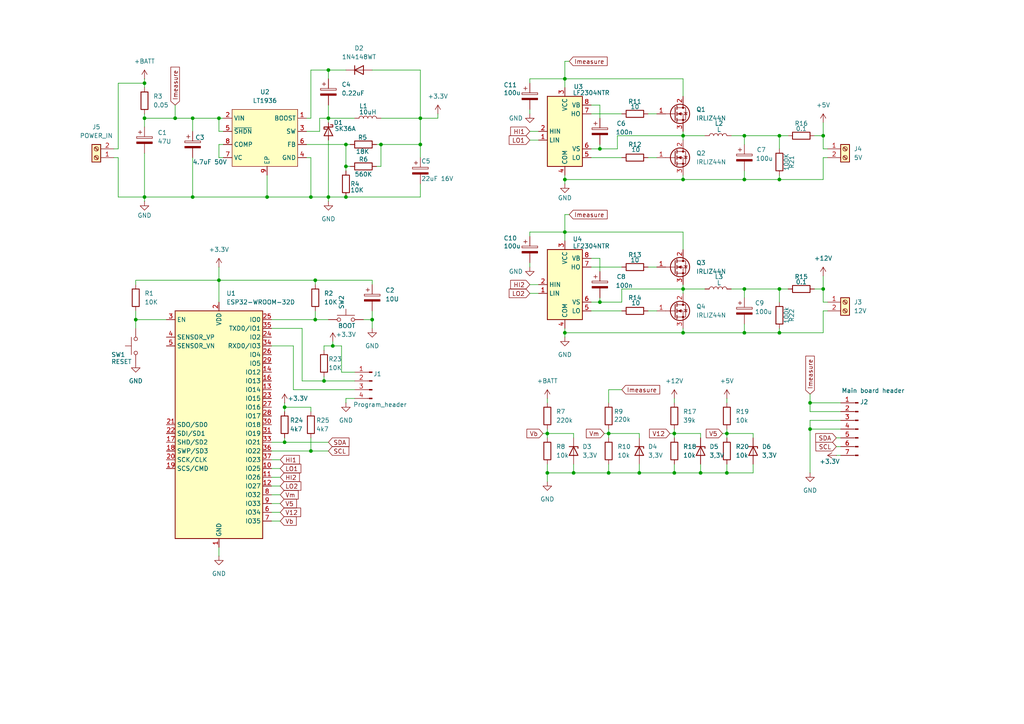
<source format=kicad_sch>
(kicad_sch (version 20250114) (generator "eeschema") (generator_version "9.0")
  (paper "A4")
  (title_block (title "BuckPCB") (rev "V1.0"))
  (junction (at 163.83 52.07))
  (junction (at 100.33 41.91))
  (junction (at 215.9 83.82))
  (junction (at 96.52 100.33))
  (junction (at 50.8 34.29))
  (junction (at 90.17 57.15))
  (junction (at 107.95 92.71))
  (junction (at 90.17 130.81))
  (junction (at 238.76 83.82))
  (junction (at 163.83 67.31))
  (junction (at 158.75 137.16))
  (junction (at 163.83 22.86))
  (junction (at 121.92 34.29))
  (junction (at 82.55 128.27))
  (junction (at 215.9 52.07))
  (junction (at 198.12 52.07))
  (junction (at 77.47 57.15))
  (junction (at 95.25 34.29))
  (junction (at 55.88 34.29))
  (junction (at 215.9 39.37))
  (junction (at 173.99 87.63))
  (junction (at 41.91 34.29))
  (junction (at 91.44 81.28))
  (junction (at 234.95 116.84))
  (junction (at 158.75 125.73))
  (junction (at 39.37 92.71))
  (junction (at 95.25 57.15))
  (junction (at 238.76 39.37))
  (junction (at 166.37 137.16))
  (junction (at 63.5 34.29))
  (junction (at 226.06 39.37))
  (junction (at 226.06 52.07))
  (junction (at 185.42 137.16))
  (junction (at 226.06 83.82))
  (junction (at 198.12 39.37))
  (junction (at 110.49 41.91))
  (junction (at 100.33 48.26))
  (junction (at 226.06 96.52))
  (junction (at 215.9 96.52))
  (junction (at 195.58 125.73))
  (junction (at 176.53 125.73))
  (junction (at 210.82 137.16))
  (junction (at 91.44 92.71))
  (junction (at 198.12 96.52))
  (junction (at 163.83 96.52))
  (junction (at 203.2 137.16))
  (junction (at 195.58 137.16))
  (junction (at 210.82 125.73))
  (junction (at 100.33 57.15))
  (junction (at 63.5 81.28))
  (junction (at 95.25 20.32))
  (junction (at 121.92 41.91))
  (junction (at 55.88 57.15))
  (junction (at 82.55 118.11))
  (junction (at 198.12 83.82))
  (junction (at 234.95 124.46))
  (junction (at 93.98 110.49))
  (junction (at 173.99 43.18))
  (junction (at 41.91 24.13))
  (junction (at 41.91 57.15))
  (junction (at 176.53 137.16))
  (wire (pts (xy 107.95 92.71) (xy 107.95 95.25)))
  (wire (pts (xy 109.22 41.91) (xy 110.49 41.91)))
  (wire (pts (xy 226.06 50.8) (xy 226.06 52.07)))
  (wire (pts (xy 240.03 87.63) (xy 238.76 87.63)))
  (wire (pts (xy 226.06 83.82) (xy 226.06 87.63)))
  (wire (pts (xy 215.9 93.98) (xy 215.9 96.52)))
  (wire (pts (xy 100.33 41.91) (xy 101.6 41.91)))
  (wire (pts (xy 198.12 39.37) (xy 204.47 39.37)))
  (wire (pts (xy 95.25 57.15) (xy 95.25 58.42)))
  (wire (pts (xy 34.29 24.13) (xy 41.91 24.13)))
  (wire (pts (xy 78.74 151.13) (xy 81.28 151.13)))
  (wire (pts (xy 33.02 45.72) (xy 34.29 45.72)))
  (wire (pts (xy 82.55 128.27) (xy 95.25 128.27)))
  (wire (pts (xy 163.83 22.86) (xy 198.12 22.86)))
  (wire (pts (xy 153.67 38.1) (xy 156.21 38.1)))
  (wire (pts (xy 78.74 92.71) (xy 91.44 92.71)))
  (wire (pts (xy 185.42 137.16) (xy 195.58 137.16)))
  (wire (pts (xy 78.74 138.43) (xy 81.28 138.43)))
  (wire (pts (xy 153.67 82.55) (xy 156.21 82.55)))
  (wire (pts (xy 234.95 124.46) (xy 243.84 124.46)))
  (wire (pts (xy 198.12 27.94) (xy 198.12 22.86)))
  (wire (pts (xy 176.53 113.03) (xy 176.53 116.84)))
  (wire (pts (xy 173.99 86.36) (xy 173.99 87.63)))
  (wire (pts (xy 158.75 137.16) (xy 158.75 139.7)))
  (wire (pts (xy 153.67 40.64) (xy 156.21 40.64)))
  (wire (pts (xy 163.83 95.25) (xy 163.83 96.52)))
  (wire (pts (xy 238.76 39.37) (xy 238.76 43.18)))
  (wire (pts (xy 179.07 39.37) (xy 198.12 39.37)))
  (wire (pts (xy 226.06 95.25) (xy 226.06 96.52)))
  (wire (pts (xy 41.91 33.02) (xy 41.91 34.29)))
  (wire (pts (xy 171.45 33.02) (xy 180.34 33.02)))
  (wire (pts (xy 39.37 92.71) (xy 48.26 92.71)))
  (wire (pts (xy 34.29 57.15) (xy 41.91 57.15)))
  (wire (pts (xy 198.12 95.25) (xy 198.12 96.52)))
  (wire (pts (xy 39.37 90.17) (xy 39.37 92.71)))
  (wire (pts (xy 218.44 137.16) (xy 210.82 137.16)))
  (wire (pts (xy 166.37 137.16) (xy 158.75 137.16)))
  (wire (pts (xy 77.47 57.15) (xy 90.17 57.15)))
  (wire (pts (xy 78.74 140.97) (xy 81.28 140.97)))
  (wire (pts (xy 93.98 101.6) (xy 93.98 100.33)))
  (wire (pts (xy 82.55 118.11) (xy 82.55 119.38)))
  (wire (pts (xy 179.07 43.18) (xy 179.07 39.37)))
  (wire (pts (xy 158.75 125.73) (xy 158.75 127)))
  (wire (pts (xy 215.9 49.53) (xy 215.9 52.07)))
  (wire (pts (xy 198.12 85.09) (xy 198.12 83.82)))
  (wire (pts (xy 153.67 31.75) (xy 153.67 33.02)))
  (wire (pts (xy 236.22 39.37) (xy 238.76 39.37)))
  (wire (pts (xy 55.88 34.29) (xy 63.5 34.29)))
  (wire (pts (xy 173.99 41.91) (xy 173.99 43.18)))
  (wire (pts (xy 171.45 45.72) (xy 180.34 45.72)))
  (wire (pts (xy 242.57 129.54) (xy 243.84 129.54)))
  (wire (pts (xy 82.55 127) (xy 82.55 128.27)))
  (wire (pts (xy 100.33 116.84) (xy 100.33 115.57)))
  (wire (pts (xy 173.99 34.29) (xy 173.99 30.48)))
  (wire (pts (xy 90.17 57.15) (xy 95.25 57.15)))
  (wire (pts (xy 109.22 48.26) (xy 110.49 48.26)))
  (wire (pts (xy 215.9 83.82) (xy 215.9 86.36)))
  (wire (pts (xy 99.06 100.33) (xy 99.06 107.95)))
  (wire (pts (xy 158.75 134.62) (xy 158.75 137.16)))
  (wire (pts (xy 173.99 78.74) (xy 173.99 74.93)))
  (wire (pts (xy 107.95 90.17) (xy 107.95 92.71)))
  (wire (pts (xy 158.75 125.73) (xy 166.37 125.73)))
  (wire (pts (xy 198.12 72.39) (xy 198.12 67.31)))
  (wire (pts (xy 242.57 132.08) (xy 243.84 132.08)))
  (wire (pts (xy 210.82 134.62) (xy 210.82 137.16)))
  (wire (pts (xy 63.5 158.75) (xy 63.5 161.29)))
  (wire (pts (xy 90.17 45.72) (xy 90.17 57.15)))
  (wire (pts (xy 41.91 57.15) (xy 55.88 57.15)))
  (wire (pts (xy 91.44 90.17) (xy 91.44 92.71)))
  (wire (pts (xy 100.33 41.91) (xy 100.33 48.26)))
  (wire (pts (xy 95.25 30.48) (xy 95.25 34.29)))
  (wire (pts (xy 180.34 87.63) (xy 180.34 83.82)))
  (wire (pts (xy 90.17 20.32) (xy 95.25 20.32)))
  (wire (pts (xy 163.83 96.52) (xy 163.83 97.79)))
  (wire (pts (xy 102.87 110.49) (xy 93.98 110.49)))
  (wire (pts (xy 95.25 34.29) (xy 95.25 35.56)))
  (wire (pts (xy 187.96 45.72) (xy 190.5 45.72)))
  (wire (pts (xy 55.88 57.15) (xy 77.47 57.15)))
  (wire (pts (xy 176.53 134.62) (xy 176.53 137.16)))
  (wire (pts (xy 166.37 127) (xy 166.37 125.73)))
  (wire (pts (xy 198.12 38.1) (xy 198.12 39.37)))
  (wire (pts (xy 198.12 83.82) (xy 204.47 83.82)))
  (wire (pts (xy 173.99 43.18) (xy 179.07 43.18)))
  (wire (pts (xy 127 33.02) (xy 127 34.29)))
  (wire (pts (xy 226.06 52.07) (xy 238.76 52.07)))
  (wire (pts (xy 64.77 41.91) (xy 63.5 41.91)))
  (wire (pts (xy 41.91 24.13) (xy 41.91 25.4)))
  (wire (pts (xy 185.42 134.62) (xy 185.42 137.16)))
  (wire (pts (xy 39.37 92.71) (xy 39.37 95.25)))
  (wire (pts (xy 203.2 127) (xy 203.2 125.73)))
  (wire (pts (xy 110.49 34.29) (xy 121.92 34.29)))
  (wire (pts (xy 85.09 113.03) (xy 102.87 113.03)))
  (wire (pts (xy 34.29 45.72) (xy 34.29 57.15)))
  (wire (pts (xy 226.06 39.37) (xy 226.06 43.18)))
  (wire (pts (xy 171.45 43.18) (xy 173.99 43.18)))
  (wire (pts (xy 102.87 107.95) (xy 99.06 107.95)))
  (wire (pts (xy 92.71 34.29) (xy 95.25 34.29)))
  (wire (pts (xy 194.31 125.73) (xy 195.58 125.73)))
  (wire (pts (xy 127 34.29) (xy 121.92 34.29)))
  (wire (pts (xy 90.17 130.81) (xy 95.25 130.81)))
  (wire (pts (xy 238.76 80.01) (xy 238.76 83.82)))
  (wire (pts (xy 210.82 125.73) (xy 218.44 125.73)))
  (wire (pts (xy 33.02 43.18) (xy 34.29 43.18)))
  (wire (pts (xy 210.82 125.73) (xy 210.82 124.46)))
  (wire (pts (xy 41.91 57.15) (xy 41.91 58.42)))
  (wire (pts (xy 78.74 100.33) (xy 85.09 100.33)))
  (wire (pts (xy 234.95 114.3) (xy 234.95 116.84)))
  (wire (pts (xy 203.2 137.16) (xy 210.82 137.16)))
  (wire (pts (xy 215.9 52.07) (xy 198.12 52.07)))
  (wire (pts (xy 121.92 20.32) (xy 121.92 34.29)))
  (wire (pts (xy 87.63 110.49) (xy 87.63 95.25)))
  (wire (pts (xy 105.41 92.71) (xy 107.95 92.71)))
  (wire (pts (xy 198.12 83.82) (xy 198.12 82.55)))
  (wire (pts (xy 238.76 45.72) (xy 238.76 52.07)))
  (wire (pts (xy 78.74 143.51) (xy 81.28 143.51)))
  (wire (pts (xy 88.9 45.72) (xy 90.17 45.72)))
  (wire (pts (xy 236.22 83.82) (xy 238.76 83.82)))
  (wire (pts (xy 95.25 34.29) (xy 102.87 34.29)))
  (wire (pts (xy 176.53 127) (xy 176.53 125.73)))
  (wire (pts (xy 218.44 134.62) (xy 218.44 137.16)))
  (wire (pts (xy 110.49 48.26) (xy 110.49 41.91)))
  (wire (pts (xy 63.5 81.28) (xy 63.5 87.63)))
  (wire (pts (xy 165.1 62.23) (xy 163.83 62.23)))
  (wire (pts (xy 210.82 116.84) (xy 210.82 115.57)))
  (wire (pts (xy 78.74 146.05) (xy 81.28 146.05)))
  (wire (pts (xy 243.84 121.92) (xy 234.95 121.92)))
  (wire (pts (xy 226.06 52.07) (xy 215.9 52.07)))
  (wire (pts (xy 91.44 81.28) (xy 107.95 81.28)))
  (wire (pts (xy 173.99 30.48) (xy 171.45 30.48)))
  (wire (pts (xy 153.67 67.31) (xy 153.67 68.58)))
  (wire (pts (xy 82.55 116.84) (xy 82.55 118.11)))
  (wire (pts (xy 238.76 83.82) (xy 238.76 87.63)))
  (wire (pts (xy 90.17 34.29) (xy 90.17 20.32)))
  (wire (pts (xy 95.25 92.71) (xy 91.44 92.71)))
  (wire (pts (xy 157.48 125.73) (xy 158.75 125.73)))
  (wire (pts (xy 91.44 82.55) (xy 91.44 81.28)))
  (wire (pts (xy 96.52 100.33) (xy 99.06 100.33)))
  (wire (pts (xy 215.9 39.37) (xy 226.06 39.37)))
  (wire (pts (xy 82.55 118.11) (xy 90.17 118.11)))
  (wire (pts (xy 234.95 116.84) (xy 234.95 119.38)))
  (wire (pts (xy 234.95 116.84) (xy 243.84 116.84)))
  (wire (pts (xy 55.88 45.72) (xy 55.88 57.15)))
  (wire (pts (xy 240.03 90.17) (xy 238.76 90.17)))
  (wire (pts (xy 78.74 130.81) (xy 90.17 130.81)))
  (wire (pts (xy 153.67 76.2) (xy 153.67 77.47)))
  (wire (pts (xy 234.95 119.38) (xy 243.84 119.38)))
  (wire (pts (xy 195.58 125.73) (xy 195.58 124.46)))
  (wire (pts (xy 163.83 52.07) (xy 198.12 52.07)))
  (wire (pts (xy 210.82 125.73) (xy 210.82 127)))
  (wire (pts (xy 41.91 44.45) (xy 41.91 57.15)))
  (wire (pts (xy 173.99 74.93) (xy 171.45 74.93)))
  (wire (pts (xy 90.17 127) (xy 90.17 130.81)))
  (wire (pts (xy 226.06 39.37) (xy 228.6 39.37)))
  (wire (pts (xy 203.2 137.16) (xy 195.58 137.16)))
  (wire (pts (xy 240.03 45.72) (xy 238.76 45.72)))
  (wire (pts (xy 95.25 20.32) (xy 95.25 22.86)))
  (wire (pts (xy 163.83 62.23) (xy 163.83 67.31)))
  (wire (pts (xy 121.92 41.91) (xy 121.92 45.72)))
  (wire (pts (xy 171.45 77.47) (xy 180.34 77.47)))
  (wire (pts (xy 41.91 22.86) (xy 41.91 24.13)))
  (wire (pts (xy 176.53 124.46) (xy 176.53 125.73)))
  (wire (pts (xy 176.53 113.03) (xy 180.34 113.03)))
  (wire (pts (xy 163.83 67.31) (xy 163.83 69.85)))
  (wire (pts (xy 153.67 22.86) (xy 153.67 24.13)))
  (wire (pts (xy 187.96 90.17) (xy 190.5 90.17)))
  (wire (pts (xy 41.91 34.29) (xy 41.91 36.83)))
  (wire (pts (xy 63.5 38.1) (xy 63.5 34.29)))
  (wire (pts (xy 107.95 20.32) (xy 121.92 20.32)))
  (wire (pts (xy 100.33 48.26) (xy 100.33 49.53)))
  (wire (pts (xy 209.55 125.73) (xy 210.82 125.73)))
  (wire (pts (xy 176.53 125.73) (xy 185.42 125.73)))
  (wire (pts (xy 180.34 83.82) (xy 198.12 83.82)))
  (wire (pts (xy 77.47 50.8) (xy 77.47 57.15)))
  (wire (pts (xy 63.5 77.47) (xy 63.5 81.28)))
  (wire (pts (xy 165.1 17.78) (xy 163.83 17.78)))
  (wire (pts (xy 226.06 83.82) (xy 228.6 83.82)))
  (wire (pts (xy 78.74 148.59) (xy 81.28 148.59)))
  (wire (pts (xy 55.88 34.29) (xy 55.88 38.1)))
  (wire (pts (xy 218.44 127) (xy 218.44 125.73)))
  (wire (pts (xy 34.29 24.13) (xy 34.29 43.18)))
  (wire (pts (xy 39.37 81.28) (xy 63.5 81.28)))
  (wire (pts (xy 110.49 41.91) (xy 121.92 41.91)))
  (wire (pts (xy 100.33 115.57) (xy 102.87 115.57)))
  (wire (pts (xy 226.06 96.52) (xy 238.76 96.52)))
  (wire (pts (xy 153.67 22.86) (xy 163.83 22.86)))
  (wire (pts (xy 153.67 85.09) (xy 156.21 85.09)))
  (wire (pts (xy 64.77 38.1) (xy 63.5 38.1)))
  (wire (pts (xy 163.83 67.31) (xy 198.12 67.31)))
  (wire (pts (xy 158.75 116.84) (xy 158.75 115.57)))
  (wire (pts (xy 195.58 125.73) (xy 203.2 125.73)))
  (wire (pts (xy 171.45 87.63) (xy 173.99 87.63)))
  (wire (pts (xy 187.96 33.02) (xy 190.5 33.02)))
  (wire (pts (xy 187.96 77.47) (xy 190.5 77.47)))
  (wire (pts (xy 198.12 39.37) (xy 198.12 40.64)))
  (wire (pts (xy 78.74 95.25) (xy 87.63 95.25)))
  (wire (pts (xy 90.17 118.11) (xy 90.17 119.38)))
  (wire (pts (xy 63.5 41.91) (xy 63.5 45.72)))
  (wire (pts (xy 234.95 121.92) (xy 234.95 124.46)))
  (wire (pts (xy 163.83 52.07) (xy 163.83 53.34)))
  (wire (pts (xy 121.92 57.15) (xy 100.33 57.15)))
  (wire (pts (xy 238.76 90.17) (xy 238.76 96.52)))
  (wire (pts (xy 63.5 34.29) (xy 64.77 34.29)))
  (wire (pts (xy 215.9 96.52) (xy 198.12 96.52)))
  (wire (pts (xy 171.45 90.17) (xy 180.34 90.17)))
  (wire (pts (xy 41.91 34.29) (xy 50.8 34.29)))
  (wire (pts (xy 93.98 109.22) (xy 93.98 110.49)))
  (wire (pts (xy 175.26 125.73) (xy 176.53 125.73)))
  (wire (pts (xy 39.37 82.55) (xy 39.37 81.28)))
  (wire (pts (xy 195.58 125.73) (xy 195.58 127)))
  (wire (pts (xy 95.25 20.32) (xy 100.33 20.32)))
  (wire (pts (xy 173.99 87.63) (xy 180.34 87.63)))
  (wire (pts (xy 215.9 39.37) (xy 215.9 41.91)))
  (wire (pts (xy 234.95 137.16) (xy 234.95 124.46)))
  (wire (pts (xy 121.92 34.29) (xy 121.92 41.91)))
  (wire (pts (xy 240.03 43.18) (xy 238.76 43.18)))
  (wire (pts (xy 78.74 128.27) (xy 82.55 128.27)))
  (wire (pts (xy 92.71 38.1) (xy 92.71 34.29)))
  (wire (pts (xy 107.95 81.28) (xy 107.95 82.55)))
  (wire (pts (xy 50.8 30.48) (xy 50.8 34.29)))
  (wire (pts (xy 88.9 41.91) (xy 100.33 41.91)))
  (wire (pts (xy 95.25 40.64) (xy 95.25 57.15)))
  (wire (pts (xy 163.83 22.86) (xy 163.83 25.4)))
  (wire (pts (xy 212.09 39.37) (xy 215.9 39.37)))
  (wire (pts (xy 195.58 134.62) (xy 195.58 137.16)))
  (wire (pts (xy 185.42 137.16) (xy 176.53 137.16)))
  (wire (pts (xy 88.9 34.29) (xy 90.17 34.29)))
  (wire (pts (xy 203.2 134.62) (xy 203.2 137.16)))
  (wire (pts (xy 185.42 127) (xy 185.42 125.73)))
  (wire (pts (xy 238.76 35.56) (xy 238.76 39.37)))
  (wire (pts (xy 166.37 137.16) (xy 176.53 137.16)))
  (wire (pts (xy 153.67 67.31) (xy 163.83 67.31)))
  (wire (pts (xy 198.12 50.8) (xy 198.12 52.07)))
  (wire (pts (xy 212.09 83.82) (xy 215.9 83.82)))
  (wire (pts (xy 63.5 81.28) (xy 91.44 81.28)))
  (wire (pts (xy 121.92 53.34) (xy 121.92 57.15)))
  (wire (pts (xy 163.83 96.52) (xy 198.12 96.52)))
  (wire (pts (xy 78.74 135.89) (xy 81.28 135.89)))
  (wire (pts (xy 50.8 34.29) (xy 55.88 34.29)))
  (wire (pts (xy 63.5 45.72) (xy 64.77 45.72)))
  (wire (pts (xy 163.83 17.78) (xy 163.83 22.86)))
  (wire (pts (xy 95.25 57.15) (xy 100.33 57.15)))
  (wire (pts (xy 215.9 96.52) (xy 226.06 96.52)))
  (wire (pts (xy 85.09 100.33) (xy 85.09 113.03)))
  (wire (pts (xy 215.9 83.82) (xy 226.06 83.82)))
  (wire (pts (xy 101.6 48.26) (xy 100.33 48.26)))
  (wire (pts (xy 166.37 134.62) (xy 166.37 137.16)))
  (wire (pts (xy 158.75 125.73) (xy 158.75 124.46)))
  (wire (pts (xy 96.52 99.06) (xy 96.52 100.33)))
  (wire (pts (xy 78.74 133.35) (xy 81.28 133.35)))
  (wire (pts (xy 93.98 100.33) (xy 96.52 100.33)))
  (wire (pts (xy 88.9 38.1) (xy 92.71 38.1)))
  (wire (pts (xy 163.83 50.8) (xy 163.83 52.07)))
  (wire (pts (xy 195.58 116.84) (xy 195.58 115.57)))
  (wire (pts (xy 87.63 110.49) (xy 93.98 110.49)))
  (wire (pts (xy 242.57 127) (xy 243.84 127)))
  (global_label "Imeasure" (shape input) (at 165.1 62.23 0) (property "Intersheetrefs" "${INTERSHEET_REFS}" (effects (hide yes))))
  (global_label "V5" (shape input) (at 209.55 125.73 180) (property "Intersheetrefs" "${INTERSHEET_REFS}" (effects (hide yes))))
  (global_label "HI2" (shape input) (at 153.67 82.55 180) (property "Intersheetrefs" "${INTERSHEET_REFS}" (effects (hide yes))))
  (global_label "SDA" (shape input) (at 242.57 127 180) (property "Intersheetrefs" "${INTERSHEET_REFS}" (effects (hide yes))))
  (global_label "HI1" (shape input) (at 81.28 133.35 0) (property "Intersheetrefs" "${INTERSHEET_REFS}" (effects (hide yes))))
  (global_label "HI1" (shape input) (at 153.67 38.1 180) (property "Intersheetrefs" "${INTERSHEET_REFS}" (effects (hide yes))))
  (global_label "Imeasure" (shape input) (at 180.34 113.03 0) (property "Intersheetrefs" "${INTERSHEET_REFS}" (effects (hide yes))))
  (global_label "LO1" (shape input) (at 153.67 40.64 180) (property "Intersheetrefs" "${INTERSHEET_REFS}" (effects (hide yes))))
  (global_label "SDA" (shape input) (at 95.25 128.27 0) (property "Intersheetrefs" "${INTERSHEET_REFS}" (effects (hide yes))))
  (global_label "LO2" (shape input) (at 153.67 85.09 180) (property "Intersheetrefs" "${INTERSHEET_REFS}" (effects (hide yes))))
  (global_label "V5" (shape input) (at 81.28 146.05 0) (property "Intersheetrefs" "${INTERSHEET_REFS}" (effects (hide yes))))
  (global_label "SCL" (shape input) (at 95.25 130.81 0) (property "Intersheetrefs" "${INTERSHEET_REFS}" (effects (hide yes))))
  (global_label "SCL" (shape input) (at 242.57 129.54 180) (property "Intersheetrefs" "${INTERSHEET_REFS}" (effects (hide yes))))
  (global_label "Imeasure" (shape input) (at 165.1 17.78 0) (property "Intersheetrefs" "${INTERSHEET_REFS}" (effects (hide yes))))
  (global_label "Vb" (shape input) (at 81.28 151.13 0) (property "Intersheetrefs" "${INTERSHEET_REFS}" (effects (hide yes))))
  (global_label "V12" (shape input) (at 81.28 148.59 0) (property "Intersheetrefs" "${INTERSHEET_REFS}" (effects (hide yes))))
  (global_label "Imeasure" (shape input) (at 234.95 114.3 90) (property "Intersheetrefs" "${INTERSHEET_REFS}" (effects (hide yes))))
  (global_label "Vb" (shape input) (at 157.48 125.73 180) (property "Intersheetrefs" "${INTERSHEET_REFS}" (effects (hide yes))))
  (global_label "Imeasure" (shape input) (at 50.8 30.48 90) (property "Intersheetrefs" "${INTERSHEET_REFS}" (effects (hide yes))))
  (global_label "V12" (shape input) (at 194.31 125.73 180) (property "Intersheetrefs" "${INTERSHEET_REFS}" (effects (hide yes))))
  (global_label "Vm" (shape input) (at 175.26 125.73 180) (property "Intersheetrefs" "${INTERSHEET_REFS}" (effects (hide yes))))
  (global_label "Vm" (shape input) (at 81.28 143.51 0) (property "Intersheetrefs" "${INTERSHEET_REFS}" (effects (hide yes))))
  (global_label "LO1" (shape input) (at 81.28 135.89 0) (property "Intersheetrefs" "${INTERSHEET_REFS}" (effects (hide yes))))
  (global_label "LO2" (shape input) (at 81.28 140.97 0) (property "Intersheetrefs" "${INTERSHEET_REFS}" (effects (hide yes))))
  (global_label "HI2" (shape input) (at 81.28 138.43 0) (property "Intersheetrefs" "${INTERSHEET_REFS}" (effects (hide yes))))
  (symbol (lib_id "Device:R") (at 195.58 130.81 0) (unit 1)
    (property "Reference" "R18" (at 198.12 129.5399 0) (effects (justify left)))
    (property "Value" "10k" (at 198.12 132.0799 0) (effects (justify left)))
    (property "Footprint" "Resistor_SMD:R_1206_3216Metric_Pad1.30x1.75mm_HandSolder" (effects (hide yes)))
    (property "Description" "Resistor" (effects (hide yes)))
  )
  (symbol (lib_id "Device:R") (at 41.91 29.21 0) (unit 1)
    (property "Reference" "R3" (at 44.45 27.9399 0) (effects (justify left)))
    (property "Value" "0.05" (at 44.45 30.4799 0) (effects (justify left)))
    (property "Footprint" "Resistor_SMD:R_4020_10251Metric_Pad1.65x5.30mm_HandSolder" (effects (hide yes)))
    (property "Description" "Resistor" (effects (hide yes)))
  )
  (symbol (lib_id "power:+3.3V") (at 63.5 77.47 0) (unit 1)
    (property "Reference" "#PWR04" (effects (hide yes)))
    (property "Value" "+3.3V" (at 63.5 72.39 0))
    (property "Description" "Power symbol creates a global label with name \"+3.3V\"" (effects (hide yes)))
  )
  (symbol (lib_id "RF_Module:ESP32-WROOM-32D") (at 63.5 123.19 0) (unit 1)
    (property "Reference" "U1" (at 65.6433 85.09 0) (effects (justify left)))
    (property "Value" "ESP32-WROOM-32D" (at 65.6433 87.63 0) (effects (justify left)))
    (property "Footprint" "RF_Module:ESP32-WROOM-32D" (effects (hide yes)))
    (property "Datasheet" "https://www.espressif.com/sites/default/files/documentation/esp32-wroom-32d_esp32-wroom-32u_datasheet_en.pdf" (effects (hide yes)))
    (property "Description" "RF Module, ESP32-D0WD SoC, Wi-Fi 802.11b/g/n, Bluetooth, BLE, 32-bit, 2.7-3.6V, onboard antenna, SMD" (effects (hide yes)))
  )
  (symbol (lib_id "Device:D_Schottky") (at 95.25 38.1 270) (unit 1)
    (property "Reference" "D1" (at 96.774 35.56 90) (effects (justify left)))
    (property "Value" "SK36A" (at 97.028 37.338 90) (effects (justify left)))
    (property "Footprint" "Diode_SMD:D_SMC" (effects (hide yes)))
    (property "Description" "Schottky diode" (effects (hide yes)))
  )
  (symbol (lib_id "Connector:Screw_Terminal_01x02") (at 27.94 45.72 180) (unit 1)
    (property "Reference" "J5" (at 27.94 36.83 0))
    (property "Value" "POWER_IN" (at 27.94 39.37 0))
    (property "Footprint" "TerminalBlock:TerminalBlock_MaiXu_MX126-5.0-02P_1x02_P5.00mm" (effects (hide yes)))
    (property "Description" "Generic screw terminal, single row, 01x02, script generated (kicad-library-utils/schlib/autogen/connector/)" (effects (hide yes)))
  )
  (symbol (lib_id "power:+3.3V") (at 242.57 132.08 90) (unit 1)
    (property "Reference" "#PWR025" (effects (hide yes)))
    (property "Value" "+3.3V" (at 243.586 133.858 90) (effects (justify left)))
    (property "Description" "Power symbol creates a global label with name \"+3.3V\"" (effects (hide yes)))
  )
  (symbol (lib_id "Device:R") (at 195.58 120.65 0) (unit 1)
    (property "Reference" "R17" (at 198.12 119.3799 0) (effects (justify left)))
    (property "Value" "39k" (at 198.12 121.9199 0) (effects (justify left)))
    (property "Footprint" "Resistor_SMD:R_1206_3216Metric_Pad1.30x1.75mm_HandSolder" (effects (hide yes)))
    (property "Description" "Resistor" (effects (hide yes)))
  )
  (symbol (lib_id "power:GND") (at 107.95 95.25 0) (unit 1)
    (property "Reference" "#PWR08" (effects (hide yes)))
    (property "Value" "GND" (at 107.95 100.33 0))
    (property "Description" "Power symbol creates a global label with name \"GND\" , ground" (effects (hide yes)))
  )
  (symbol (lib_name "SW_MEC_5G_1") (lib_id "Switch:SW_MEC_5G") (at 100.33 92.71 0) (unit 1)
    (property "Reference" "SW2" (at 99.06 85.598 90) (effects (justify right)))
    (property "Value" "BOOT" (at 103.124 94.488 0) (effects (justify right)))
    (property "Footprint" "Button_Switch_SMD:SW_SPST_CK_RS282G05A3" (effects (hide yes)))
    (property "Datasheet" "http://www.apem.com/int/index.php?controller=attachment&id_attachment=488" (effects (hide yes)))
    (property "Description" "MEC 5G single pole normally-open tactile switch" (effects (hide yes)))
  )
  (symbol (lib_id "power:+BATT") (at 158.75 115.57 0) (unit 1)
    (property "Reference" "#PWR09" (effects (hide yes)))
    (property "Value" "+BATT" (at 158.75 110.49 0))
    (property "Description" "Power symbol creates a global label with name \"+BATT\"" (effects (hide yes)))
  )
  (symbol (lib_id "Driver_FET:IR2011") (at 163.83 82.55 0) (unit 1)
    (property "Reference" "U4" (at 166.116 69.342 0) (effects (justify left)))
    (property "Value" "LF2304NTR" (at 166.116 71.374 0) (effects (justify left)))
    (property "Footprint" "Package_SO:SOIC-8_3.9x4.9mm_P1.27mm" (effects (hide yes)))
    (property "Datasheet" "https://www.infineon.com/dgdl/ir2011.pdf?fileId=5546d462533600a4015355c49b831663" (effects (hide yes)))
    (property "Description" "High and Low Side Driver, 200V, 1.0/1.0A, PDIP-8/SOIC-8" (effects (hide yes)))
  )
  (symbol (lib_id "power:GND") (at 41.91 58.42 0) (unit 1)
    (property "Reference" "#PWR02" (effects (hide yes)))
    (property "Value" "GND" (at 41.91 62.484 0))
    (property "Description" "Power symbol creates a global label with name \"GND\" , ground" (effects (hide yes)))
  )
  (symbol (lib_id "Device:R") (at 158.75 130.81 0) (unit 1)
    (property "Reference" "R8" (at 161.29 129.5399 0) (effects (justify left)))
    (property "Value" "10k" (at 161.29 132.0799 0) (effects (justify left)))
    (property "Footprint" "Resistor_SMD:R_1206_3216Metric_Pad1.30x1.75mm_HandSolder" (effects (hide yes)))
    (property "Description" "Resistor" (effects (hide yes)))
  )
  (symbol (lib_id "Connector:Screw_Terminal_01x02") (at 245.11 87.63 0) (unit 1)
    (property "Reference" "J3" (at 247.65 87.6299 0) (effects (justify left)))
    (property "Value" "12V" (at 247.65 90.1699 0) (effects (justify left)))
    (property "Footprint" "TerminalBlock:TerminalBlock_MaiXu_MX126-5.0-02P_1x02_P5.00mm" (effects (hide yes)))
    (property "Description" "Generic screw terminal, single row, 01x02, script generated (kicad-library-utils/schlib/autogen/connector/)" (effects (hide yes)))
  )
  (symbol (lib_id "Device:L") (at 208.28 39.37 90) (unit 1)
    (property "Reference" "L2" (at 208.534 35.814 90))
    (property "Value" "L" (at 208.534 37.592 90))
    (property "Footprint" "Inductor_SMD:L_2512_6332Metric_Pad1.52x3.35mm_HandSolder" (effects (hide yes)))
    (property "Description" "Inductor" (effects (hide yes)))
  )
  (symbol (lib_id "Device:R") (at 105.41 48.26 90) (unit 1)
    (property "Reference" "R6" (at 105.41 46.228 90))
    (property "Value" "560K" (at 105.41 50.546 90))
    (property "Footprint" "Resistor_SMD:R_1206_3216Metric_Pad1.30x1.75mm_HandSolder" (effects (hide yes)))
    (property "Description" "Resistor" (effects (hide yes)))
  )
  (symbol (lib_id "Device:C_Polarized") (at 173.99 38.1 0) (unit 1)
    (property "Reference" "C6" (at 178.816 35.814 0) (effects (justify left)))
    (property "Value" "100n" (at 178.562 38.354 0) (effects (justify left)))
    (property "Footprint" "Capacitor_SMD:CP_Elec_5x5.4" (effects (hide yes)))
    (property "Description" "Polarized capacitor" (effects (hide yes)))
  )
  (symbol (lib_name "SW_MEC_5G_1") (lib_id "Switch:SW_MEC_5G") (at 39.37 100.33 90) (unit 1)
    (property "Reference" "SW1" (at 32.258 102.87 90) (effects (justify right)))
    (property "Value" "RESET" (at 32.258 104.902 90) (effects (justify right)))
    (property "Footprint" "Button_Switch_SMD:SW_SPST_CK_RS282G05A3" (effects (hide yes)))
    (property "Datasheet" "http://www.apem.com/int/index.php?controller=attachment&id_attachment=488" (effects (hide yes)))
    (property "Description" "MEC 5G single pole normally-open tactile switch" (effects (hide yes)))
  )
  (symbol (lib_id "Device:D_Zener") (at 185.42 130.81 270) (unit 1)
    (property "Reference" "D4" (at 187.96 129.5399 90) (effects (justify left)))
    (property "Value" "3,3V" (at 187.96 132.0799 90) (effects (justify left)))
    (property "Footprint" "Diode_SMD:D_1206_3216Metric" (effects (hide yes)))
    (property "Description" "Zener diode" (effects (hide yes)))
  )
  (symbol (lib_id "New_Library:LT1936") (at 77.47 30.48 0) (unit 1)
    (property "Reference" "U2" (at 76.835 26.67 0))
    (property "Value" "LT1936" (at 76.835 29.21 0))
    (property "Footprint" "Package_SO:MSOP-8-1EP_3x3mm_P0.65mm_EP1.95x2.15mm" (effects (hide yes)))
  )
  (symbol (lib_id "Device:R") (at 226.06 46.99 0) (unit 1)
    (property "Reference" "R21" (at 229.616 46.99 90))
    (property "Value" "100K" (at 228.092 46.99 90))
    (property "Footprint" "Resistor_SMD:R_1206_3216Metric_Pad1.30x1.75mm_HandSolder" (effects (hide yes)))
    (property "Description" "Resistor" (effects (hide yes)))
  )
  (symbol (lib_id "Device:D_Zener") (at 203.2 130.81 270) (unit 1)
    (property "Reference" "D5" (at 205.74 129.5399 90) (effects (justify left)))
    (property "Value" "3,3V" (at 205.74 132.0799 90) (effects (justify left)))
    (property "Footprint" "Diode_SMD:D_1206_3216Metric" (effects (hide yes)))
    (property "Description" "Zener diode" (effects (hide yes)))
  )
  (symbol (lib_id "Device:R") (at 105.41 41.91 90) (unit 1)
    (property "Reference" "R5" (at 105.156 39.878 90))
    (property "Value" "18K" (at 105.156 43.942 90))
    (property "Footprint" "Resistor_SMD:R_1206_3216Metric_Pad1.30x1.75mm_HandSolder" (effects (hide yes)))
    (property "Description" "Resistor" (effects (hide yes)))
  )
  (symbol (lib_id "Device:R") (at 100.33 53.34 0) (unit 1)
    (property "Reference" "R4" (at 101.6 53.34 0) (effects (justify left)))
    (property "Value" "10K" (at 101.6 55.118 0) (effects (justify left)))
    (property "Footprint" "Resistor_SMD:R_1206_3216Metric_Pad1.30x1.75mm_HandSolder" (effects (hide yes)))
    (property "Description" "Resistor" (effects (hide yes)))
  )
  (symbol (lib_id "Transistor_FET:IRLIZ44N") (at 195.58 90.17 0) (unit 1)
    (property "Reference" "Q4" (at 201.93 88.8999 0) (effects (justify left)))
    (property "Value" "IRLIZ44N" (at 201.93 91.4399 0) (effects (justify left)))
    (property "Footprint" "Package_TO_SOT_THT:TO-220F-3_Vertical" (effects (hide yes)))
    (property "Datasheet" "http://www.irf.com/product-info/datasheets/data/irliz44n.pdf" (effects (hide yes)))
    (property "Description" "30A Id, 55V Vds, 22mOhm Rds, N-Channel HEXFET Power MOSFET, TO-220AB" (effects (hide yes)))
  )
  (symbol (lib_id "Connector:Screw_Terminal_01x02") (at 245.11 43.18 0) (unit 1)
    (property "Reference" "J4" (at 247.65 43.1799 0) (effects (justify left)))
    (property "Value" "5V" (at 247.65 45.7199 0) (effects (justify left)))
    (property "Footprint" "TerminalBlock:TerminalBlock_MaiXu_MX126-5.0-02P_1x02_P5.00mm" (effects (hide yes)))
    (property "Description" "Generic screw terminal, single row, 01x02, script generated (kicad-library-utils/schlib/autogen/connector/)" (effects (hide yes)))
  )
  (symbol (lib_id "Transistor_FET:IRLIZ44N") (at 195.58 77.47 0) (unit 1)
    (property "Reference" "Q3" (at 201.93 76.1999 0) (effects (justify left)))
    (property "Value" "IRLIZ44N" (at 201.93 78.7399 0) (effects (justify left)))
    (property "Footprint" "Package_TO_SOT_THT:TO-220F-3_Vertical" (effects (hide yes)))
    (property "Datasheet" "http://www.irf.com/product-info/datasheets/data/irliz44n.pdf" (effects (hide yes)))
    (property "Description" "30A Id, 55V Vds, 22mOhm Rds, N-Channel HEXFET Power MOSFET, TO-220AB" (effects (hide yes)))
  )
  (symbol (lib_id "Connector:Conn_01x04_Pin") (at 107.95 110.49 0) (mirror y) (unit 1)
    (property "Reference" "J1" (at 109.474 108.458 0))
    (property "Value" "Program_header" (at 110.236 117.348 0))
    (property "Footprint" "Connector_PinHeader_2.54mm:PinHeader_1x04_P2.54mm_Vertical" (effects (hide yes)))
    (property "Description" "Generic connector, single row, 01x04, script generated" (effects (hide yes)))
  )
  (symbol (lib_id "power:GND") (at 163.83 97.79 0) (unit 1)
    (property "Reference" "#PWR016" (effects (hide yes)))
    (property "Value" "GND" (at 163.83 102.87 0))
    (property "Description" "Power symbol creates a global label with name \"GND\" , ground" (effects (hide yes)))
  )
  (symbol (lib_id "power:GND") (at 95.25 58.42 0) (unit 1)
    (property "Reference" "#PWR010" (effects (hide yes)))
    (property "Value" "GND" (at 95.25 63.5 0))
    (property "Description" "Power symbol creates a global label with name \"GND\" , ground" (effects (hide yes)))
  )
  (symbol (lib_id "power:+3.3V") (at 82.55 116.84 0) (unit 1)
    (property "Reference" "#PWR012" (effects (hide yes)))
    (property "Value" "+3.3V" (at 86.36 115.57 0))
    (property "Description" "Power symbol creates a global label with name \"+3.3V\"" (effects (hide yes)))
  )
  (symbol (lib_id "Device:C_Polarized") (at 55.88 41.91 0) (unit 1)
    (property "Reference" "C3" (at 56.642 39.878 0) (effects (justify left)))
    (property "Value" "4.7uF 50V" (at 55.88 46.99 0) (effects (justify left)))
    (property "Footprint" "Capacitor_SMD:CP_Elec_4x5.4" (effects (hide yes)))
    (property "Description" "Polarized capacitor" (effects (hide yes)))
  )
  (symbol (lib_id "Device:R") (at 39.37 86.36 0) (unit 1)
    (property "Reference" "R1" (at 41.91 85.0899 0) (effects (justify left)))
    (property "Value" "10K" (at 41.91 87.6299 0) (effects (justify left)))
    (property "Footprint" "Resistor_SMD:R_1206_3216Metric_Pad1.30x1.75mm_HandSolder" (effects (hide yes)))
    (property "Description" "Resistor" (effects (hide yes)))
  )
  (symbol (lib_id "Device:C_Polarized") (at 41.91 40.64 0) (unit 1)
    (property "Reference" "C1" (at 45.72 38.4809 0) (effects (justify left)))
    (property "Value" "47U" (at 45.72 41.0209 0) (effects (justify left)))
    (property "Footprint" "Capacitor_SMD:CP_Elec_4x5.3" (effects (hide yes)))
    (property "Description" "Polarized capacitor" (effects (hide yes)))
  )
  (symbol (lib_id "Device:C_Polarized") (at 173.99 82.55 0) (unit 1)
    (property "Reference" "C8" (at 178.816 80.264 0) (effects (justify left)))
    (property "Value" "100n" (at 178.562 82.804 0) (effects (justify left)))
    (property "Footprint" "Capacitor_SMD:CP_Elec_5x5.4" (effects (hide yes)))
    (property "Description" "Polarized capacitor" (effects (hide yes)))
  )
  (symbol (lib_id "power:+5V") (at 210.82 115.57 0) (unit 1)
    (property "Reference" "#PWR021" (effects (hide yes)))
    (property "Value" "+5V" (at 210.82 110.49 0))
    (property "Description" "Power symbol creates a global label with name \"+5V\"" (effects (hide yes)))
  )
  (symbol (lib_id "power:GND") (at 153.67 33.02 0) (unit 1)
    (property "Reference" "#PWR019" (effects (hide yes)))
    (property "Value" "GND" (at 149.606 34.29 0))
    (property "Description" "Power symbol creates a global label with name \"GND\" , ground" (effects (hide yes)))
  )
  (symbol (lib_id "Device:L") (at 208.28 83.82 90) (unit 1)
    (property "Reference" "L3" (at 208.534 80.264 90))
    (property "Value" "L" (at 208.534 82.042 90))
    (property "Footprint" "Inductor_SMD:L_2512_6332Metric_Pad1.52x3.35mm_HandSolder" (effects (hide yes)))
    (property "Description" "Inductor" (effects (hide yes)))
  )
  (symbol (lib_id "Device:R") (at 90.17 123.19 0) (unit 1)
    (property "Reference" "R25" (at 91.694 121.92 0) (effects (justify left)))
    (property "Value" "4k7" (at 91.694 124.46 0) (effects (justify left)))
    (property "Footprint" "Resistor_SMD:R_1206_3216Metric_Pad1.30x1.75mm_HandSolder" (effects (hide yes)))
    (property "Description" "Resistor" (effects (hide yes)))
  )
  (symbol (lib_id "power:GND") (at 63.5 161.29 0) (unit 1)
    (property "Reference" "#PWR05" (effects (hide yes)))
    (property "Value" "GND" (at 63.5 166.37 0))
    (property "Description" "Power symbol creates a global label with name \"GND\" , ground" (effects (hide yes)))
  )
  (symbol (lib_id "Transistor_FET:IRLIZ44N") (at 195.58 45.72 0) (unit 1)
    (property "Reference" "Q2" (at 201.93 44.4499 0) (effects (justify left)))
    (property "Value" "IRLIZ44N" (at 201.93 46.9899 0) (effects (justify left)))
    (property "Footprint" "Package_TO_SOT_THT:TO-220F-3_Vertical" (effects (hide yes)))
    (property "Datasheet" "http://www.irf.com/product-info/datasheets/data/irliz44n.pdf" (effects (hide yes)))
    (property "Description" "30A Id, 55V Vds, 22mOhm Rds, N-Channel HEXFET Power MOSFET, TO-220AB" (effects (hide yes)))
  )
  (symbol (lib_id "Device:R") (at 176.53 120.65 0) (unit 1)
    (property "Reference" "R9" (at 178.054 119.38 0) (effects (justify left)))
    (property "Value" "220k" (at 178.054 121.666 0) (effects (justify left)))
    (property "Footprint" "Resistor_SMD:R_1206_3216Metric_Pad1.30x1.75mm_HandSolder" (effects (hide yes)))
    (property "Description" "Resistor" (effects (hide yes)))
  )
  (symbol (lib_id "Device:R") (at 184.15 90.17 90) (unit 1)
    (property "Reference" "R14" (at 184.15 86.36 90))
    (property "Value" "10" (at 184.404 87.884 90))
    (property "Footprint" "Resistor_SMD:R_1206_3216Metric_Pad1.30x1.75mm_HandSolder" (effects (hide yes)))
    (property "Description" "Resistor" (effects (hide yes)))
  )
  (symbol (lib_id "Device:C_Polarized") (at 153.67 27.94 0) (unit 1)
    (property "Reference" "C11" (at 146.05 24.638 0) (effects (justify left)))
    (property "Value" "100u" (at 146.05 26.924 0) (effects (justify left)))
    (property "Footprint" "Capacitor_SMD:CP_Elec_8x10.5" (effects (hide yes)))
    (property "Description" "Polarized capacitor" (effects (hide yes)))
  )
  (symbol (lib_id "Device:C_Polarized") (at 215.9 90.17 0) (unit 1)
    (property "Reference" "C9" (at 218.948 87.884 0) (effects (justify left)))
    (property "Value" "100u" (at 218.948 90.424 0) (effects (justify left)))
    (property "Footprint" "Capacitor_SMD:CP_Elec_8x10.5" (effects (hide yes)))
    (property "Description" "Polarized capacitor" (effects (hide yes)))
  )
  (symbol (lib_id "power:GND") (at 153.67 77.47 0) (unit 1)
    (property "Reference" "#PWR018" (effects (hide yes)))
    (property "Value" "GND" (at 149.606 78.74 0))
    (property "Description" "Power symbol creates a global label with name \"GND\" , ground" (effects (hide yes)))
  )
  (symbol (lib_id "Device:D_Zener") (at 218.44 130.81 270) (unit 1)
    (property "Reference" "D6" (at 220.98 129.5399 90) (effects (justify left)))
    (property "Value" "3,3V" (at 220.98 132.0799 90) (effects (justify left)))
    (property "Footprint" "Diode_SMD:D_1206_3216Metric" (effects (hide yes)))
    (property "Description" "Zener diode" (effects (hide yes)))
  )
  (symbol (lib_id "Device:R") (at 176.53 130.81 0) (unit 1)
    (property "Reference" "R10" (at 179.07 129.5399 0) (effects (justify left)))
    (property "Value" "10k" (at 179.07 132.0799 0) (effects (justify left)))
    (property "Footprint" "Resistor_SMD:R_1206_3216Metric_Pad1.30x1.75mm_HandSolder" (effects (hide yes)))
    (property "Description" "Resistor" (effects (hide yes)))
  )
  (symbol (lib_id "Device:C_Polarized") (at 121.92 49.53 0) (unit 1)
    (property "Reference" "C5" (at 122.174 46.736 0) (effects (justify left)))
    (property "Value" "22uF 16V" (at 122.174 51.816 0) (effects (justify left)))
    (property "Footprint" "Capacitor_Tantalum_SMD:CP_EIA-3528-12_Kemet-T_HandSolder" (effects (hide yes)))
    (property "Description" "Polarized capacitor" (effects (hide yes)))
  )
  (symbol (lib_id "power:+12V") (at 195.58 115.57 0) (unit 1)
    (property "Reference" "#PWR020" (effects (hide yes)))
    (property "Value" "+12V" (at 195.58 110.49 0))
    (property "Description" "Power symbol creates a global label with name \"+12V\"" (effects (hide yes)))
  )
  (symbol (lib_id "Device:R") (at 210.82 120.65 0) (unit 1)
    (property "Reference" "R19" (at 213.36 119.3799 0) (effects (justify left)))
    (property "Value" "10k" (at 213.36 121.9199 0) (effects (justify left)))
    (property "Footprint" "Resistor_SMD:R_1206_3216Metric_Pad1.30x1.75mm_HandSolder" (effects (hide yes)))
    (property "Description" "Resistor" (effects (hide yes)))
  )
  (symbol (lib_id "Device:R") (at 232.41 39.37 90) (unit 1)
    (property "Reference" "R16" (at 232.41 35.814 90))
    (property "Value" "0.1" (at 232.41 37.338 90))
    (property "Footprint" "Resistor_SMD:R_1206_3216Metric_Pad1.30x1.75mm_HandSolder" (effects (hide yes)))
    (property "Description" "Resistor" (effects (hide yes)))
  )
  (symbol (lib_id "Device:R") (at 184.15 77.47 90) (unit 1)
    (property "Reference" "R13" (at 184.15 73.914 90))
    (property "Value" "10" (at 184.15 75.438 90))
    (property "Footprint" "Resistor_SMD:R_1206_3216Metric_Pad1.30x1.75mm_HandSolder" (effects (hide yes)))
    (property "Description" "Resistor" (effects (hide yes)))
  )
  (symbol (lib_id "Connector:Conn_01x07_Pin") (at 248.92 124.46 0) (mirror y) (unit 1)
    (property "Reference" "J2" (at 249.428 116.586 0) (effects (justify right)))
    (property "Value" "Main board header" (at 244.094 113.284 0) (effects (justify right)))
    (property "Footprint" "Connector_PinHeader_2.54mm:PinHeader_1x07_P2.54mm_Vertical" (effects (hide yes)))
    (property "Description" "Generic connector, single row, 01x07, script generated" (effects (hide yes)))
  )
  (symbol (lib_id "Device:L") (at 106.68 34.29 90) (unit 1)
    (property "Reference" "L1" (at 105.41 30.734 90))
    (property "Value" "10uH" (at 106.68 32.512 90))
    (property "Footprint" "Inductor_SMD:L_7.3x7.3_H4.5" (effects (hide yes)))
    (property "Description" "744777910" (effects (hide yes)))
  )
  (symbol (lib_id "power:+5V") (at 238.76 35.56 0) (unit 1)
    (property "Reference" "#PWR014" (effects (hide yes)))
    (property "Value" "+5V" (at 238.76 30.48 0))
    (property "Description" "Power symbol creates a global label with name \"+5V\"" (effects (hide yes)))
  )
  (symbol (lib_id "Device:R") (at 232.41 83.82 90) (unit 1)
    (property "Reference" "R15" (at 232.41 80.264 90))
    (property "Value" "0.1" (at 232.41 81.788 90))
    (property "Footprint" "Resistor_SMD:R_1206_3216Metric_Pad1.30x1.75mm_HandSolder" (effects (hide yes)))
    (property "Description" "Resistor" (effects (hide yes)))
  )
  (symbol (lib_id "power:+3.3V") (at 96.52 99.06 0) (unit 1)
    (property "Reference" "#PWR06" (effects (hide yes)))
    (property "Value" "+3.3V" (at 100.33 97.028 0))
    (property "Description" "Power symbol creates a global label with name \"+3.3V\"" (effects (hide yes)))
  )
  (symbol (lib_id "Device:C_Polarized") (at 107.95 86.36 0) (unit 1)
    (property "Reference" "C2" (at 111.76 84.2009 0) (effects (justify left)))
    (property "Value" "10U" (at 111.76 86.7409 0) (effects (justify left)))
    (property "Footprint" "Capacitor_SMD:CP_Elec_4x5.3" (effects (hide yes)))
    (property "Description" "Polarized capacitor" (effects (hide yes)))
  )
  (symbol (lib_id "Transistor_FET:IRLIZ44N") (at 195.58 33.02 0) (unit 1)
    (property "Reference" "Q1" (at 201.93 31.7499 0) (effects (justify left)))
    (property "Value" "IRLIZ44N" (at 201.93 34.2899 0) (effects (justify left)))
    (property "Footprint" "Package_TO_SOT_THT:TO-220F-3_Vertical" (effects (hide yes)))
    (property "Datasheet" "http://www.irf.com/product-info/datasheets/data/irliz44n.pdf" (effects (hide yes)))
    (property "Description" "30A Id, 55V Vds, 22mOhm Rds, N-Channel HEXFET Power MOSFET, TO-220AB" (effects (hide yes)))
  )
  (symbol (lib_id "power:GND") (at 158.75 139.7 0) (unit 1)
    (property "Reference" "#PWR022" (effects (hide yes)))
    (property "Value" "GND" (at 158.75 144.78 0))
    (property "Description" "Power symbol creates a global label with name \"GND\" , ground" (effects (hide yes)))
  )
  (symbol (lib_id "power:+3.3V") (at 127 33.02 0) (unit 1)
    (property "Reference" "#PWR011" (effects (hide yes)))
    (property "Value" "+3.3V" (at 127 27.94 0))
    (property "Description" "Power symbol creates a global label with name \"+3.3V\"" (effects (hide yes)))
  )
  (symbol (lib_id "power:+12V") (at 238.76 80.01 0) (unit 1)
    (property "Reference" "#PWR017" (effects (hide yes)))
    (property "Value" "+12V" (at 238.76 74.93 0))
    (property "Description" "Power symbol creates a global label with name \"+12V\"" (effects (hide yes)))
  )
  (symbol (lib_id "power:GND") (at 163.83 53.34 0) (unit 1)
    (property "Reference" "#PWR013" (effects (hide yes)))
    (property "Value" "GND" (at 163.83 57.404 0))
    (property "Description" "Power symbol creates a global label with name \"GND\" , ground" (effects (hide yes)))
  )
  (symbol (lib_id "Device:R") (at 158.75 120.65 0) (unit 1)
    (property "Reference" "R7" (at 161.29 119.3799 0) (effects (justify left)))
    (property "Value" "220k" (at 161.29 121.9199 0) (effects (justify left)))
    (property "Footprint" "Resistor_SMD:R_1206_3216Metric_Pad1.30x1.75mm_HandSolder" (effects (hide yes)))
    (property "Description" "Resistor" (effects (hide yes)))
  )
  (symbol (lib_id "Device:R") (at 93.98 105.41 0) (unit 1)
    (property "Reference" "R23" (at 95.25 104.14 0) (effects (justify left)))
    (property "Value" "10K" (at 95.25 106.68 0) (effects (justify left)))
    (property "Footprint" "Resistor_SMD:R_1206_3216Metric_Pad1.30x1.75mm_HandSolder" (effects (hide yes)))
    (property "Description" "Resistor" (effects (hide yes)))
  )
  (symbol (lib_id "Device:C_Polarized") (at 95.25 26.67 0) (unit 1)
    (property "Reference" "C4" (at 99.06 24.5109 0) (effects (justify left)))
    (property "Value" "0.22uF" (at 99.06 27.0509 0) (effects (justify left)))
    (property "Footprint" "Capacitor_SMD:C_1206_3216Metric_Pad1.33x1.80mm_HandSolder" (effects (hide yes)))
    (property "Description" "Polarized capacitor" (effects (hide yes)))
  )
  (symbol (lib_id "power:GND") (at 100.33 116.84 0) (unit 1)
    (property "Reference" "#PWR07" (effects (hide yes)))
    (property "Value" "GND" (at 100.33 121.92 0))
    (property "Description" "Power symbol creates a global label with name \"GND\" , ground" (effects (hide yes)))
  )
  (symbol (lib_id "Device:R") (at 82.55 123.19 0) (unit 1)
    (property "Reference" "R24" (at 84.074 121.92 0) (effects (justify left)))
    (property "Value" "4k7" (at 84.074 124.46 0) (effects (justify left)))
    (property "Footprint" "Resistor_SMD:R_1206_3216Metric_Pad1.30x1.75mm_HandSolder" (effects (hide yes)))
    (property "Description" "Resistor" (effects (hide yes)))
  )
  (symbol (lib_id "Device:R") (at 210.82 130.81 0) (unit 1)
    (property "Reference" "R20" (at 213.36 129.5399 0) (effects (justify left)))
    (property "Value" "10k" (at 213.36 132.0799 0) (effects (justify left)))
    (property "Footprint" "Resistor_SMD:R_1206_3216Metric_Pad1.30x1.75mm_HandSolder" (effects (hide yes)))
    (property "Description" "Resistor" (effects (hide yes)))
  )
  (symbol (lib_id "Device:R") (at 184.15 45.72 90) (unit 1)
    (property "Reference" "R12" (at 184.15 41.91 90))
    (property "Value" "10" (at 184.404 43.434 90))
    (property "Footprint" "Resistor_SMD:R_1206_3216Metric_Pad1.30x1.75mm_HandSolder" (effects (hide yes)))
    (property "Description" "Resistor" (effects (hide yes)))
  )
  (symbol (lib_id "power:+BATT") (at 41.91 22.86 0) (unit 1)
    (property "Reference" "#PWR01" (effects (hide yes)))
    (property "Value" "+BATT" (at 41.91 17.78 0))
    (property "Description" "Power symbol creates a global label with name \"+BATT\"" (effects (hide yes)))
  )
  (symbol (lib_id "power:GND") (at 39.37 105.41 0) (unit 1)
    (property "Reference" "#PWR03" (effects (hide yes)))
    (property "Value" "GND" (at 39.37 110.49 0))
    (property "Description" "Power symbol creates a global label with name \"GND\" , ground" (effects (hide yes)))
  )
  (symbol (lib_id "Diode:1N4148WT") (at 104.14 20.32 0) (unit 1)
    (property "Reference" "D2" (at 104.14 13.97 0))
    (property "Value" "1N4148WT" (at 104.14 16.51 0))
    (property "Footprint" "Diode_SMD:D_SOD-523" (effects (hide yes)))
    (property "Datasheet" "https://www.diodes.com/assets/Datasheets/ds30396.pdf" (effects (hide yes)))
    (property "Description" "75V 0.15A Fast switching Diode, SOD-523" (effects (hide yes)))
    (property "Sim.Device" "D" (effects (hide yes)))
    (property "Sim.Pins" "1=K 2=A" (effects (hide yes)))
  )
  (symbol (lib_id "Device:D_Zener") (at 166.37 130.81 270) (unit 1)
    (property "Reference" "D3" (at 168.91 129.5399 90) (effects (justify left)))
    (property "Value" "3,3V" (at 168.91 132.0799 90) (effects (justify left)))
    (property "Footprint" "Diode_SMD:D_1206_3216Metric" (effects (hide yes)))
    (property "Description" "Zener diode" (effects (hide yes)))
  )
  (symbol (lib_id "Device:R") (at 91.44 86.36 0) (unit 1)
    (property "Reference" "R2" (at 93.98 85.0899 0) (effects (justify left)))
    (property "Value" "10K" (at 93.98 87.6299 0) (effects (justify left)))
    (property "Footprint" "Resistor_SMD:R_1206_3216Metric_Pad1.30x1.75mm_HandSolder" (effects (hide yes)))
    (property "Description" "Resistor" (effects (hide yes)))
  )
  (symbol (lib_id "Device:C_Polarized") (at 215.9 45.72 0) (unit 1)
    (property "Reference" "C7" (at 219.456 43.434 0) (effects (justify left)))
    (property "Value" "100u" (at 219.202 45.974 0) (effects (justify left)))
    (property "Footprint" "Capacitor_SMD:CP_Elec_8x10.5" (effects (hide yes)))
    (property "Description" "Polarized capacitor" (effects (hide yes)))
  )
  (symbol (lib_id "Device:R") (at 184.15 33.02 90) (unit 1)
    (property "Reference" "R11" (at 184.15 29.464 90))
    (property "Value" "10" (at 184.15 30.988 90))
    (property "Footprint" "Resistor_SMD:R_1206_3216Metric_Pad1.30x1.75mm_HandSolder" (effects (hide yes)))
    (property "Description" "Resistor" (effects (hide yes)))
  )
  (symbol (lib_id "Driver_FET:IR2011") (at 163.83 38.1 0) (unit 1)
    (property "Reference" "U3" (at 166.37 25.146 0) (effects (justify left)))
    (property "Value" "LF2304NTR" (at 166.116 26.924 0) (effects (justify left)))
    (property "Footprint" "Package_SO:SOIC-8_3.9x4.9mm_P1.27mm" (effects (hide yes)))
    (property "Datasheet" "https://www.infineon.com/dgdl/ir2011.pdf?fileId=5546d462533600a4015355c49b831663" (effects (hide yes)))
    (property "Description" "High and Low Side Driver, 200V, 1.0/1.0A, PDIP-8/SOIC-8" (effects (hide yes)))
  )
  (symbol (lib_id "Device:R") (at 226.06 91.44 0) (unit 1)
    (property "Reference" "R22" (at 229.616 91.44 90))
    (property "Value" "100k" (at 228.092 91.44 90))
    (property "Footprint" "Resistor_SMD:R_1206_3216Metric_Pad1.30x1.75mm_HandSolder" (effects (hide yes)))
    (property "Description" "Resistor" (effects (hide yes)))
  )
  (symbol (lib_id "power:GND") (at 234.95 137.16 0) (unit 1)
    (property "Reference" "#PWR023" (effects (hide yes)))
    (property "Value" "GND" (at 234.95 142.24 0))
    (property "Description" "Power symbol creates a global label with name \"GND\" , ground" (effects (hide yes)))
  )
  (symbol (lib_id "Device:C_Polarized") (at 153.67 72.39 0) (unit 1)
    (property "Reference" "C10" (at 146.05 69.088 0) (effects (justify left)))
    (property "Value" "100u" (at 146.05 71.374 0) (effects (justify left)))
    (property "Footprint" "Capacitor_SMD:CP_Elec_8x10.5" (effects (hide yes)))
    (property "Description" "Polarized capacitor" (effects (hide yes)))
  )
)
</source>
